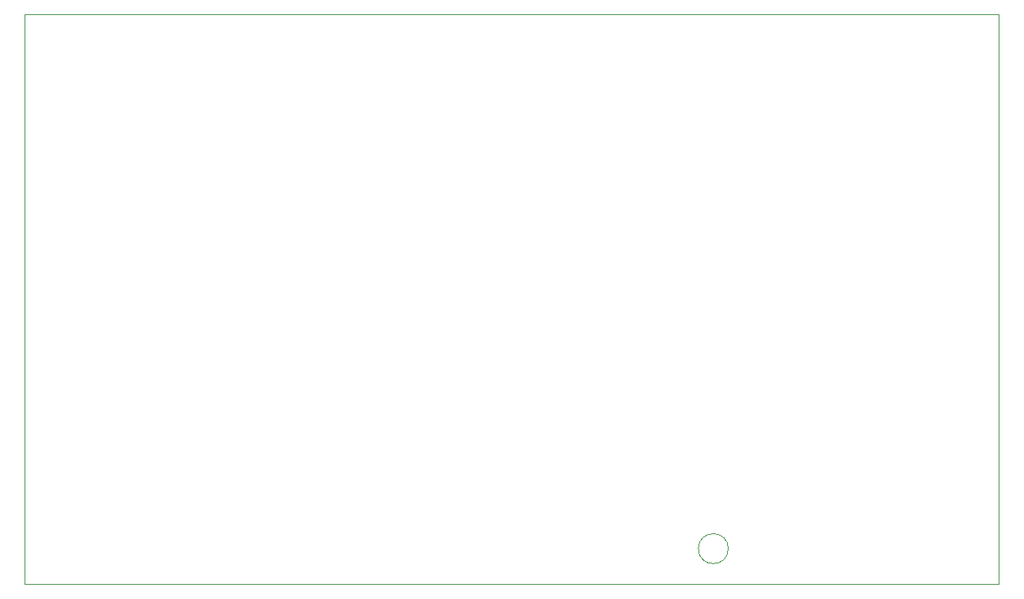
<source format=gbr>
%TF.GenerationSoftware,KiCad,Pcbnew,8.0.5*%
%TF.CreationDate,2024-10-09T10:19:28-04:00*%
%TF.ProjectId,Scout_Board,53636f75-745f-4426-9f61-72642e6b6963,rev?*%
%TF.SameCoordinates,Original*%
%TF.FileFunction,Profile,NP*%
%FSLAX46Y46*%
G04 Gerber Fmt 4.6, Leading zero omitted, Abs format (unit mm)*
G04 Created by KiCad (PCBNEW 8.0.5) date 2024-10-09 10:19:28*
%MOMM*%
%LPD*%
G01*
G04 APERTURE LIST*
%TA.AperFunction,Profile*%
%ADD10C,0.100000*%
%TD*%
G04 APERTURE END LIST*
D10*
X269240000Y-187960000D02*
X269240000Y-127000000D01*
X165100000Y-187960000D02*
X269240000Y-187960000D01*
X240302187Y-184150000D02*
G75*
G02*
X237102187Y-184150000I-1600000J0D01*
G01*
X237102187Y-184150000D02*
G75*
G02*
X240302187Y-184150000I1600000J0D01*
G01*
X269240000Y-127000000D02*
X165100000Y-127000000D01*
X165100000Y-127000000D02*
X165100000Y-187960000D01*
M02*

</source>
